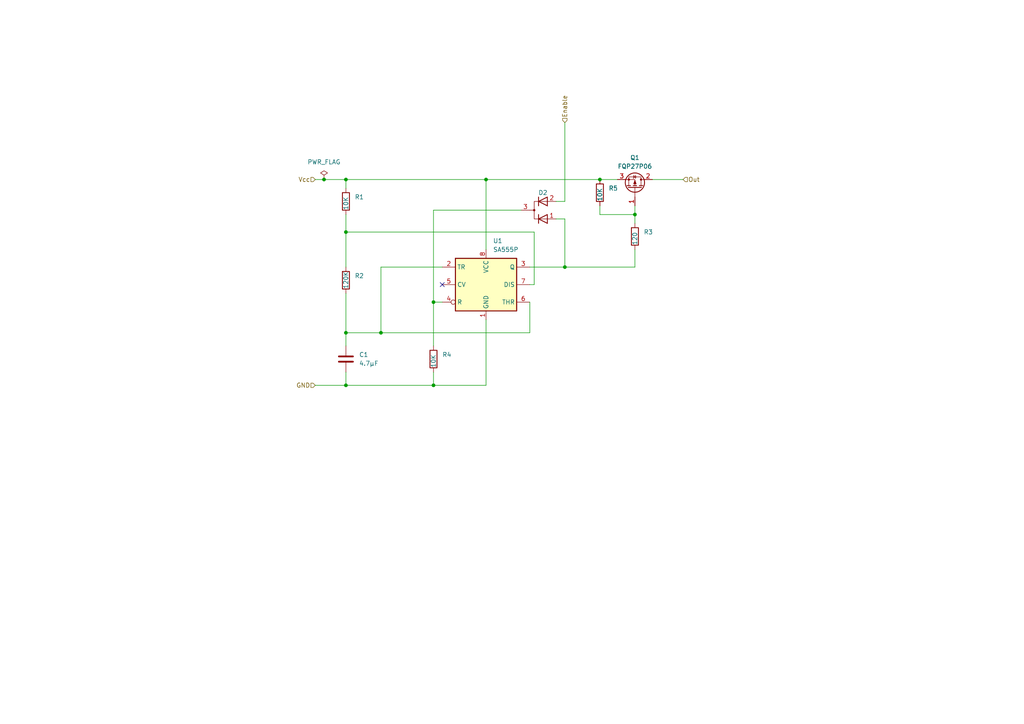
<source format=kicad_sch>
(kicad_sch (version 20211123) (generator eeschema)
  (paper "A4")
  (title_block (title "Module clignotant") (date "2025-01-08") (company "Vélo solaire pour tous") (comment 1 "Licence CERN-OHL-S version 2"))
  (lib_symbols
    (symbol "Device:C" (pin_numbers hide) (pin_names (offset 0.254))
      (property "Reference" "C" (at 0.635 2.54 0))
      (property "Value" "C" (at 0.635 -2.54 0))
      (symbol "C_0_1"
        (polyline (pts (xy -2.032 -0.762) (xy 2.032 -0.762)) (stroke (width 0.508)))
        (polyline (pts (xy -2.032 0.762) (xy 2.032 0.762)) (stroke (width 0.508)))
      )
      (symbol "C_1_1"
        (pin passive line (at 0 3.81 270) (length 2.794) (name "~") (number "1"))
        (pin passive line (at 0 -3.81 90) (length 2.794) (name "~") (number "2"))
      )
    )
    (symbol "Device:D_Dual_CommonCathode_AAK_Parallel" (pin_names (offset 0.762) hide)
      (property "Reference" "D" (at 0 5.08 0))
      (property "Value" "D_Dual_CommonCathode_AAK_Parallel" (at 0 -5.08 0))
      (symbol "D_Dual_CommonCathode_AAK_Parallel_0_0"
        (polyline (pts (xy 0 -1.27) (xy 0 -3.81)) (stroke (width 0.254)))
        (polyline (pts (xy 0 1.27) (xy 0 3.81)) (stroke (width 0.254)))
      )
      (symbol "D_Dual_CommonCathode_AAK_Parallel_0_1"
        (polyline (pts (xy 1.27 0) (xy 2.54 0)))
        (polyline (pts (xy -2.54 -2.54) (xy 1.27 -2.54) (xy 1.27 2.54) (xy -2.54 2.54)))
        (polyline (pts (xy -2.54 -1.27) (xy 0 -2.54) (xy -2.54 -3.81) (xy -2.54 -1.27) (xy -2.54 -1.27) (xy -2.54 -1.27)) (stroke (width 0.254)))
        (polyline (pts (xy -2.54 3.81) (xy 0 2.54) (xy -2.54 1.27) (xy -2.54 3.81) (xy -2.54 3.81) (xy -2.54 3.81)) (stroke (width 0.254)))
        (circle (center 1.27 0) (radius 0.254) (fill (type outline)))
        (pin passive line (at -5.08 2.54 0) (length 2.54) (name "K") (number "1"))
        (pin passive line (at -5.08 -2.54 0) (length 2.54) (name "K") (number "2"))
        (pin passive line (at 5.08 0 180) (length 2.54) (name "A") (number "3"))
      )
    )
    (symbol "Device:R" (pin_numbers hide) (pin_names (offset 0))
      (property "Reference" "R" (at 2.032 0 90))
      (property "Value" "R" (at 0 0 90))
      (symbol "R_0_1"
        (rectangle (start -1.016 -2.54) (end 1.016 2.54) (stroke (width 0.254)))
      )
      (symbol "R_1_1"
        (pin passive line (at 0 3.81 270) (length 1.27) (name "~") (number "1"))
        (pin passive line (at 0 -3.81 90) (length 1.27) (name "~") (number "2"))
      )
    )
    (symbol "Timer:SA555P"
      (property "Reference" "U" (at -10.16 8.89 0))
      (property "Value" "SA555P" (at 2.54 8.89 0))
      (symbol "SA555P_0_0"
        (pin power_in line (at 0 -10.16 90) (length 2.54) (name "GND") (number "1"))
        (pin power_in line (at 0 10.16 270) (length 2.54) (name "VCC") (number "8"))
      )
      (symbol "SA555P_0_1"
        (rectangle (start -8.89 -7.62) (end 8.89 7.62) (stroke (width 0.254)) (fill (type background)))
        (rectangle (start -8.89 -7.62) (end 8.89 7.62) (stroke (width 0.254)) (fill (type background)))
      )
      (symbol "SA555P_1_1"
        (pin input line (at -12.7 5.08 0) (length 3.81) (name "TR") (number "2"))
        (pin output line (at 12.7 5.08 180) (length 3.81) (name "Q") (number "3"))
        (pin input inverted (at -12.7 -5.08 0) (length 3.81) (name "R") (number "4"))
        (pin input line (at -12.7 0 0) (length 3.81) (name "CV") (number "5"))
        (pin input line (at 12.7 -5.08 180) (length 3.81) (name "THR") (number "6"))
        (pin input line (at 12.7 0 180) (length 3.81) (name "DIS") (number "7"))
      )
    )
    (symbol "Transistor_FET:FQP27P06" (pin_names hide)
      (property "Reference" "Q" (at 5.08 1.905 0))
      (property "Value" "FQP27P06" (at 5.08 0 0))
      (symbol "FQP27P06_0_1"
        (polyline (pts (xy 0.254 0) (xy -2.54 0)))
        (polyline (pts (xy 0.254 1.905) (xy 0.254 -1.905)) (stroke (width 0.254)))
        (polyline (pts (xy 0.762 -1.27) (xy 0.762 -2.286)) (stroke (width 0.254)))
        (polyline (pts (xy 0.762 0.508) (xy 0.762 -0.508)) (stroke (width 0.254)))
        (polyline (pts (xy 0.762 2.286) (xy 0.762 1.27)) (stroke (width 0.254)))
        (polyline (pts (xy 2.54 2.54) (xy 2.54 1.778)))
        (polyline (pts (xy 2.54 -2.54) (xy 2.54 0) (xy 0.762 0)))
        (polyline (pts (xy 0.762 1.778) (xy 3.302 1.778) (xy 3.302 -1.778) (xy 0.762 -1.778)))
        (polyline (pts (xy 2.286 0) (xy 1.27 0.381) (xy 1.27 -0.381) (xy 2.286 0)) (fill (type outline)))
        (polyline (pts (xy 2.794 -0.508) (xy 2.921 -0.381) (xy 3.683 -0.381) (xy 3.81 -0.254)))
        (polyline (pts (xy 3.302 -0.381) (xy 2.921 0.254) (xy 3.683 0.254) (xy 3.302 -0.381)))
        (circle (center 1.651 0) (radius 2.794) (stroke (width 0.254)))
        (circle (center 2.54 -1.778) (radius 0.254) (fill (type outline)))
        (circle (center 2.54 1.778) (radius 0.254) (fill (type outline)))
      )
      (symbol "FQP27P06_1_1"
        (pin input line (at -5.08 0 0) (length 2.54) (name "G") (number "1"))
        (pin passive line (at 2.54 5.08 270) (length 2.54) (name "D") (number "2"))
        (pin passive line (at 2.54 -5.08 90) (length 2.54) (name "S") (number "3"))
      )
    )
    (symbol "power:PWR_FLAG" (power) (pin_numbers hide) (pin_names (offset 0) hide)
      (property "Value" "PWR_FLAG" (at 0 3.81 0))
      (symbol "PWR_FLAG_0_0"
        (pin power_out line (at 0 0 90) (length 0) (name "pwr") (number "1"))
      )
      (symbol "PWR_FLAG_0_1"
        (polyline (pts (xy 0 0) (xy 0 1.27) (xy -1.016 1.905) (xy 0 2.54) (xy 1.016 1.905) (xy 0 1.27)))
      )
    )
  )
  (junction (at 163.83 77.47))
  (junction (at 140.97 52.07))
  (junction (at 184.15 62.23))
  (junction (at 100.33 67.31))
  (junction (at 100.33 52.07))
  (junction (at 173.99 52.07))
  (junction (at 93.98 52.07))
  (junction (at 125.73 111.76))
  (junction (at 125.73 87.63))
  (junction (at 100.33 111.76))
  (junction (at 110.49 96.52))
  (junction (at 100.33 96.52))
  (no_connect (at 128.27 82.55))
  (wire (pts (xy 140.97 52.07) (xy 140.97 72.39)))
  (wire (pts (xy 140.97 92.71) (xy 140.97 111.76)))
  (wire (pts (xy 125.73 111.76) (xy 140.97 111.76)))
  (wire (pts (xy 125.73 107.95) (xy 125.73 111.76)))
  (wire (pts (xy 125.73 87.63) (xy 128.27 87.63)))
  (wire (pts (xy 128.27 77.47) (xy 110.49 77.47)))
  (wire (pts (xy 140.97 52.07) (xy 173.99 52.07)))
  (wire (pts (xy 153.67 96.52) (xy 110.49 96.52)))
  (wire (pts (xy 100.33 67.31) (xy 100.33 77.47)))
  (wire (pts (xy 189.23 52.07) (xy 198.12 52.07)))
  (wire (pts (xy 153.67 82.55) (xy 154.94 82.55)))
  (wire (pts (xy 100.33 111.76) (xy 100.33 107.95)))
  (wire (pts (xy 100.33 67.31) (xy 154.94 67.31)))
  (wire (pts (xy 110.49 77.47) (xy 110.49 96.52)))
  (wire (pts (xy 100.33 111.76) (xy 125.73 111.76)))
  (wire (pts (xy 153.67 77.47) (xy 163.83 77.47)))
  (wire (pts (xy 91.44 52.07) (xy 93.98 52.07)))
  (wire (pts (xy 184.15 64.77) (xy 184.15 62.23)))
  (wire (pts (xy 100.33 85.09) (xy 100.33 96.52)))
  (wire (pts (xy 100.33 96.52) (xy 110.49 96.52)))
  (wire (pts (xy 184.15 62.23) (xy 184.15 59.69)))
  (wire (pts (xy 125.73 87.63) (xy 125.73 100.33)))
  (wire (pts (xy 151.13 60.96) (xy 125.73 60.96)))
  (wire (pts (xy 93.98 52.07) (xy 100.33 52.07)))
  (wire (pts (xy 163.83 63.5) (xy 161.29 63.5)))
  (wire (pts (xy 153.67 87.63) (xy 153.67 96.52)))
  (wire (pts (xy 163.83 77.47) (xy 184.15 77.47)))
  (wire (pts (xy 163.83 35.56) (xy 163.83 58.42)))
  (wire (pts (xy 163.83 63.5) (xy 163.83 77.47)))
  (wire (pts (xy 100.33 96.52) (xy 100.33 100.33)))
  (wire (pts (xy 173.99 52.07) (xy 179.07 52.07)))
  (wire (pts (xy 100.33 52.07) (xy 100.33 54.61)))
  (wire (pts (xy 184.15 72.39) (xy 184.15 77.47)))
  (wire (pts (xy 173.99 62.23) (xy 184.15 62.23)))
  (wire (pts (xy 100.33 62.23) (xy 100.33 67.31)))
  (wire (pts (xy 91.44 111.76) (xy 100.33 111.76)))
  (wire (pts (xy 163.83 58.42) (xy 161.29 58.42)))
  (wire (pts (xy 125.73 60.96) (xy 125.73 87.63)))
  (wire (pts (xy 100.33 52.07) (xy 140.97 52.07)))
  (wire (pts (xy 173.99 59.69) (xy 173.99 62.23)))
  (wire (pts (xy 154.94 67.31) (xy 154.94 82.55)))
  (hierarchical_label "Out" (shape input) (at 198.12 52.07 0))
  (hierarchical_label "GND" (shape input) (at 91.44 111.76 180))
  (hierarchical_label "Enable" (shape input) (at 163.83 35.56 90))
  (hierarchical_label "Vcc" (shape input) (at 91.44 52.07 180))
  (symbol (lib_id "Device:R") (at 100.33 81.28 0) (unit 1)
    (property "Reference" "R2" (at 102.87 80.0099 0) (effects (justify left)))
    (property "Value" "120K" (at 100.33 83.82 90) (effects (justify left)))
    (property "Footprint" "Resistor_THT:R_Axial_DIN0207_L6.3mm_D2.5mm_P10.16mm_Horizontal" (effects hide))
  )
  (symbol (lib_id "Timer:SA555P") (at 140.97 82.55 0) (unit 1)
    (property "Reference" "U1" (at 142.9894 69.85 0) (effects (justify left)))
    (property "Value" "SA555P" (at 142.9894 72.39 0) (effects (justify left)))
    (property "Footprint" "Package_DIP:DIP-8_W7.62mm" (effects hide))
    (property "Datasheet" "http://www.ti.com/lit/ds/symlink/ne555.pdf" (effects hide))
  )
  (symbol (lib_id "Device:D_Dual_CommonCathode_AAK_Parallel") (at 156.21 60.96 180) (unit 1)
    (property "Reference" "D2" (at 157.48 55.88 0))
    (property "Value" "D_Dual_CommonCathode_AAK_Parallel" (effects hide))
    (property "Footprint" "Package_TO_SOT_THT:TO-220-3_Vertical" (effects hide))
  )
  (symbol (lib_id "Device:R") (at 100.33 58.42 0) (unit 1)
    (property "Reference" "R1" (at 102.87 57.1499 0) (effects (justify left)))
    (property "Value" "10K" (at 100.33 60.96 90) (effects (justify left)))
    (property "Footprint" "Resistor_THT:R_Axial_DIN0207_L6.3mm_D2.5mm_P10.16mm_Horizontal" (effects hide))
  )
  (symbol (lib_id "Device:R") (at 184.15 68.58 180) (unit 1)
    (property "Reference" "R3" (at 186.69 67.3099 0) (effects (justify right)))
    (property "Value" "120" (at 184.15 71.12 90) (effects (justify right)))
    (property "Footprint" "Resistor_THT:R_Axial_DIN0207_L6.3mm_D2.5mm_P10.16mm_Horizontal" (effects hide))
  )
  (symbol (lib_id "Device:R") (at 125.73 104.14 0) (unit 1)
    (property "Reference" "R4" (at 128.27 102.8699 0) (effects (justify left)))
    (property "Value" "10K" (at 125.73 106.68 90) (effects (justify left)))
    (property "Footprint" "Resistor_THT:R_Axial_DIN0207_L6.3mm_D2.5mm_P10.16mm_Horizontal" (effects hide))
  )
  (symbol (lib_id "power:PWR_FLAG") (at 93.98 52.07 0) (unit 1)
    (property "Reference" "#FLG0101" (effects hide))
    (property "Value" "PWR_FLAG" (at 93.98 46.99 0))
  )
  (symbol (lib_id "Device:R") (at 173.99 55.88 0) (unit 1)
    (property "Reference" "R5" (at 176.53 54.6099 0) (effects (justify left)))
    (property "Value" "10K" (at 173.99 58.42 90) (effects (justify left)))
    (property "Footprint" "Resistor_THT:R_Axial_DIN0207_L6.3mm_D2.5mm_P10.16mm_Horizontal" (effects hide))
  )
  (symbol (lib_id "Transistor_FET:FQP27P06") (at 184.15 54.61 270) (mirror x) (unit 1)
    (property "Reference" "Q1" (at 184.15 45.72 90))
    (property "Value" "FQP27P06" (at 184.15 48.26 90))
    (property "Footprint" "Package_TO_SOT_THT:TO-220-3_Vertical" (effects hide))
    (property "Datasheet" "https://www.onsemi.com/pub/Collateral/FQP27P06-D.PDF" (effects hide))
  )
  (symbol (lib_id "Device:C") (at 100.33 104.14 0) (unit 1)
    (property "Reference" "C1" (at 104.14 102.8699 0) (effects (justify left)))
    (property "Value" "4.7µF" (at 104.14 105.4099 0) (effects (justify left)))
    (property "Footprint" "Capacitor_THT:C_Disc_D4.3mm_W1.9mm_P5.00mm" (effects hide))
  )
)
</source>
